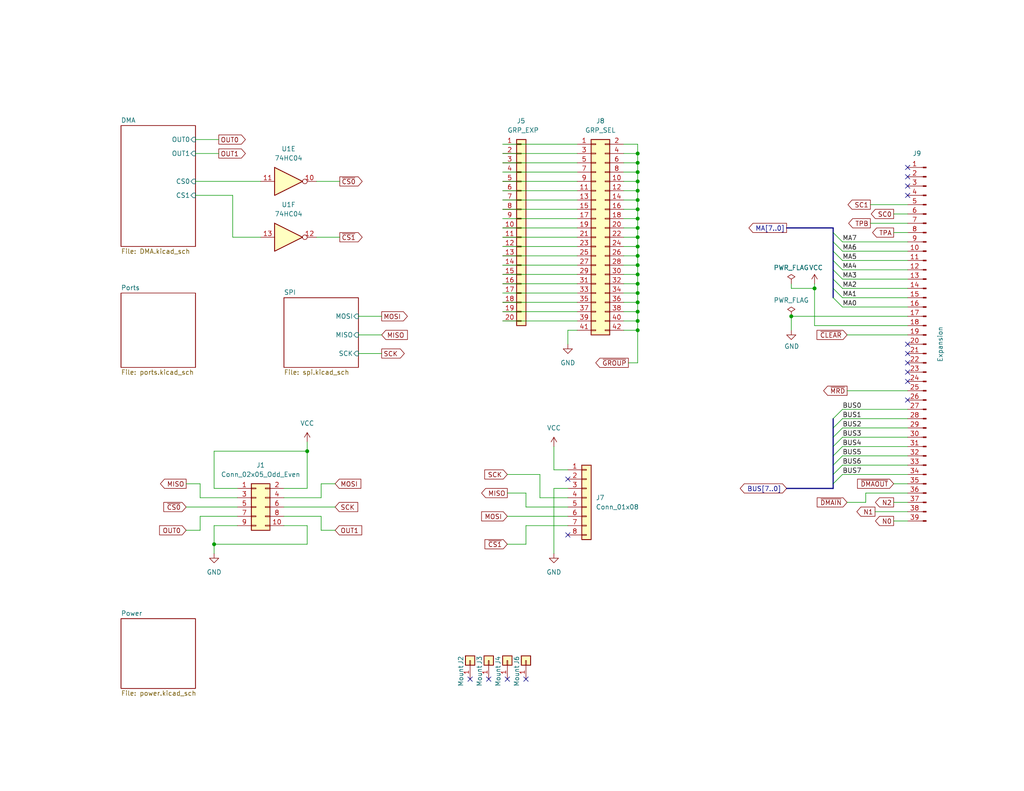
<source format=kicad_sch>
(kicad_sch (version 20211123) (generator eeschema)
  (paper "USLetter")
  (lib_symbols
    (symbol "74xx:74HC04"
      (property "Reference" "U" (at 0 1.27 0))
      (property "Value" "74HC04" (at 0 -1.27 0))
      (symbol "74HC04_1_0"
        (polyline (pts (xy -3.81 3.81) (xy -3.81 -3.81) (xy 3.81 0) (xy -3.81 3.81)) (stroke (width 0.254)) (fill (type background)))
        (pin input line (at -7.62 0 0) (length 3.81) (name "~") (number "1"))
        (pin output inverted (at 7.62 0 180) (length 3.81) (name "~") (number "2"))
      )
      (symbol "74HC04_2_0"
        (polyline (pts (xy -3.81 3.81) (xy -3.81 -3.81) (xy 3.81 0) (xy -3.81 3.81)) (stroke (width 0.254)) (fill (type background)))
        (pin input line (at -7.62 0 0) (length 3.81) (name "~") (number "3"))
        (pin output inverted (at 7.62 0 180) (length 3.81) (name "~") (number "4"))
      )
      (symbol "74HC04_3_0"
        (polyline (pts (xy -3.81 3.81) (xy -3.81 -3.81) (xy 3.81 0) (xy -3.81 3.81)) (stroke (width 0.254)) (fill (type background)))
        (pin input line (at -7.62 0 0) (length 3.81) (name "~") (number "5"))
        (pin output inverted (at 7.62 0 180) (length 3.81) (name "~") (number "6"))
      )
      (symbol "74HC04_4_0"
        (polyline (pts (xy -3.81 3.81) (xy -3.81 -3.81) (xy 3.81 0) (xy -3.81 3.81)) (stroke (width 0.254)) (fill (type background)))
        (pin output inverted (at 7.62 0 180) (length 3.81) (name "~") (number "8"))
        (pin input line (at -7.62 0 0) (length 3.81) (name "~") (number "9"))
      )
      (symbol "74HC04_5_0"
        (polyline (pts (xy -3.81 3.81) (xy -3.81 -3.81) (xy 3.81 0) (xy -3.81 3.81)) (stroke (width 0.254)) (fill (type background)))
        (pin output inverted (at 7.62 0 180) (length 3.81) (name "~") (number "10"))
        (pin input line (at -7.62 0 0) (length 3.81) (name "~") (number "11"))
      )
      (symbol "74HC04_6_0"
        (polyline (pts (xy -3.81 3.81) (xy -3.81 -3.81) (xy 3.81 0) (xy -3.81 3.81)) (stroke (width 0.254)) (fill (type background)))
        (pin output inverted (at 7.62 0 180) (length 3.81) (name "~") (number "12"))
        (pin input line (at -7.62 0 0) (length 3.81) (name "~") (number "13"))
      )
      (symbol "74HC04_7_0"
        (pin power_in line (at 0 12.7 270) (length 5.08) (name "VCC") (number "14"))
        (pin power_in line (at 0 -12.7 90) (length 5.08) (name "GND") (number "7"))
      )
      (symbol "74HC04_7_1"
        (rectangle (start -5.08 7.62) (end 5.08 -7.62) (stroke (width 0.254)) (fill (type background)))
      )
    )
    (symbol "Connector:Conn_01x39_Male" (pin_names (offset 1.016) hide)
      (property "Reference" "J" (at 0 50.8 0))
      (property "Value" "Conn_01x39_Male" (at 0 -50.8 0))
      (symbol "Conn_01x39_Male_1_1"
        (polyline (pts (xy 1.27 -48.26) (xy 0.8636 -48.26)) (stroke (width 0.1524)))
        (polyline (pts (xy 1.27 -45.72) (xy 0.8636 -45.72)) (stroke (width 0.1524)))
        (polyline (pts (xy 1.27 -43.18) (xy 0.8636 -43.18)) (stroke (width 0.1524)))
        (polyline (pts (xy 1.27 -40.64) (xy 0.8636 -40.64)) (stroke (width 0.1524)))
        (polyline (pts (xy 1.27 -38.1) (xy 0.8636 -38.1)) (stroke (width 0.1524)))
        (polyline (pts (xy 1.27 -35.56) (xy 0.8636 -35.56)) (stroke (width 0.1524)))
        (polyline (pts (xy 1.27 -33.02) (xy 0.8636 -33.02)) (stroke (width 0.1524)))
        (polyline (pts (xy 1.27 -30.48) (xy 0.8636 -30.48)) (stroke (width 0.1524)))
        (polyline (pts (xy 1.27 -27.94) (xy 0.8636 -27.94)) (stroke (width 0.1524)))
        (polyline (pts (xy 1.27 -25.4) (xy 0.8636 -25.4)) (stroke (width 0.1524)))
        (polyline (pts (xy 1.27 -22.86) (xy 0.8636 -22.86)) (stroke (width 0.1524)))
        (polyline (pts (xy 1.27 -20.32) (xy 0.8636 -20.32)) (stroke (width 0.1524)))
        (polyline (pts (xy 1.27 -17.78) (xy 0.8636 -17.78)) (stroke (width 0.1524)))
        (polyline (pts (xy 1.27 -15.24) (xy 0.8636 -15.24)) (stroke (width 0.1524)))
        (polyline (pts (xy 1.27 -12.7) (xy 0.8636 -12.7)) (stroke (width 0.1524)))
        (polyline (pts (xy 1.27 -10.16) (xy 0.8636 -10.16)) (stroke (width 0.1524)))
        (polyline (pts (xy 1.27 -7.62) (xy 0.8636 -7.62)) (stroke (width 0.1524)))
        (polyline (pts (xy 1.27 -5.08) (xy 0.8636 -5.08)) (stroke (width 0.1524)))
        (polyline (pts (xy 1.27 -2.54) (xy 0.8636 -2.54)) (stroke (width 0.1524)))
        (polyline (pts (xy 1.27 0) (xy 0.8636 0)) (stroke (width 0.1524)))
        (polyline (pts (xy 1.27 2.54) (xy 0.8636 2.54)) (stroke (width 0.1524)))
        (polyline (pts (xy 1.27 5.08) (xy 0.8636 5.08)) (stroke (width 0.1524)))
        (polyline (pts (xy 1.27 7.62) (xy 0.8636 7.62)) (stroke (width 0.1524)))
        (polyline (pts (xy 1.27 10.16) (xy 0.8636 10.16)) (stroke (width 0.1524)))
        (polyline (pts (xy 1.27 12.7) (xy 0.8636 12.7)) (stroke (width 0.1524)))
        (polyline (pts (xy 1.27 15.24) (xy 0.8636 15.24)) (stroke (width 0.1524)))
        (polyline (pts (xy 1.27 17.78) (xy 0.8636 17.78)) (stroke (width 0.1524)))
        (polyline (pts (xy 1.27 20.32) (xy 0.8636 20.32)) (stroke (width 0.1524)))
        (polyline (pts (xy 1.27 22.86) (xy 0.8636 22.86)) (stroke (width 0.1524)))
        (polyline (pts (xy 1.27 25.4) (xy 0.8636 25.4)) (stroke (width 0.1524)))
        (polyline (pts (xy 1.27 27.94) (xy 0.8636 27.94)) (stroke (width 0.1524)))
        (polyline (pts (xy 1.27 30.48) (xy 0.8636 30.48)) (stroke (width 0.1524)))
        (polyline (pts (xy 1.27 33.02) (xy 0.8636 33.02)) (stroke (width 0.1524)))
        (polyline (pts (xy 1.27 35.56) (xy 0.8636 35.56)) (stroke (width 0.1524)))
        (polyline (pts (xy 1.27 38.1) (xy 0.8636 38.1)) (stroke (width 0.1524)))
        (polyline (pts (xy 1.27 40.64) (xy 0.8636 40.64)) (stroke (width 0.1524)))
        (polyline (pts (xy 1.27 43.18) (xy 0.8636 43.18)) (stroke (width 0.1524)))
        (polyline (pts (xy 1.27 45.72) (xy 0.8636 45.72)) (stroke (width 0.1524)))
        (polyline (pts (xy 1.27 48.26) (xy 0.8636 48.26)) (stroke (width 0.1524)))
        (rectangle (start 0.8636 -48.133) (end 0 -48.387) (stroke (width 0.1524)) (fill (type outline)))
        (rectangle (start 0.8636 -45.593) (end 0 -45.847) (stroke (width 0.1524)) (fill (type outline)))
        (rectangle (start 0.8636 -43.053) (end 0 -43.307) (stroke (width 0.1524)) (fill (type outline)))
        (rectangle (start 0.8636 -40.513) (end 0 -40.767) (stroke (width 0.1524)) (fill (type outline)))
        (rectangle (start 0.8636 -37.973) (end 0 -38.227) (stroke (width 0.1524)) (fill (type outline)))
        (rectangle (start 0.8636 -35.433) (end 0 -35.687) (stroke (width 0.1524)) (fill (type outline)))
        (rectangle (start 0.8636 -32.893) (end 0 -33.147) (stroke (width 0.1524)) (fill (type outline)))
        (rectangle (start 0.8636 -30.353) (end 0 -30.607) (stroke (width 0.1524)) (fill (type outline)))
        (rectangle (start 0.8636 -27.813) (end 0 -28.067) (stroke (width 0.1524)) (fill (type outline)))
        (rectangle (start 0.8636 -25.273) (end 0 -25.527) (stroke (width 0.1524)) (fill (type outline)))
        (rectangle (start 0.8636 -22.733) (end 0 -22.987) (stroke (width 0.1524)) (fill (type outline)))
        (rectangle (start 0.8636 -20.193) (end 0 -20.447) (stroke (width 0.1524)) (fill (type outline)))
        (rectangle (start 0.8636 -17.653) (end 0 -17.907) (stroke (width 0.1524)) (fill (type outline)))
        (rectangle (start 0.8636 -15.113) (end 0 -15.367) (stroke (width 0.1524)) (fill (type outline)))
        (rectangle (start 0.8636 -12.573) (end 0 -12.827) (stroke (width 0.1524)) (fill (type outline)))
        (rectangle (start 0.8636 -10.033) (end 0 -10.287) (stroke (width 0.1524)) (fill (type outline)))
        (rectangle (start 0.8636 -7.493) (end 0 -7.747) (stroke (width 0.1524)) (fill (type outline)))
        (rectangle (start 0.8636 -4.953) (end 0 -5.207) (stroke (width 0.1524)) (fill (type outline)))
        (rectangle (start 0.8636 -2.413) (end 0 -2.667) (stroke (width 0.1524)) (fill (type outline)))
        (rectangle (start 0.8636 0.127) (end 0 -0.127) (stroke (width 0.1524)) (fill (type outline)))
        (rectangle (start 0.8636 2.667) (end 0 2.413) (stroke (width 0.1524)) (fill (type outline)))
        (rectangle (start 0.8636 5.207) (end 0 4.953) (stroke (width 0.1524)) (fill (type outline)))
        (rectangle (start 0.8636 7.747) (end 0 7.493) (stroke (width 0.1524)) (fill (type outline)))
        (rectangle (start 0.8636 10.287) (end 0 10.033) (stroke (width 0.1524)) (fill (type outline)))
        (rectangle (start 0.8636 12.827) (end 0 12.573) (stroke (width 0.1524)) (fill (type outline)))
        (rectangle (start 0.8636 15.367) (end 0 15.113) (stroke (width 0.1524)) (fill (type outline)))
        (rectangle (start 0.8636 17.907) (end 0 17.653) (stroke (width 0.1524)) (fill (type outline)))
        (rectangle (start 0.8636 20.447) (end 0 20.193) (stroke (width 0.1524)) (fill (type outline)))
        (rectangle (start 0.8636 22.987) (end 0 22.733) (stroke (width 0.1524)) (fill (type outline)))
        (rectangle (start 0.8636 25.527) (end 0 25.273) (stroke (width 0.1524)) (fill (type outline)))
        (rectangle (start 0.8636 28.067) (end 0 27.813) (stroke (width 0.1524)) (fill (type outline)))
        (rectangle (start 0.8636 30.607) (end 0 30.353) (stroke (width 0.1524)) (fill (type outline)))
        (rectangle (start 0.8636 33.147) (end 0 32.893) (stroke (width 0.1524)) (fill (type outline)))
        (rectangle (start 0.8636 35.687) (end 0 35.433) (stroke (width 0.1524)) (fill (type outline)))
        (rectangle (start 0.8636 38.227) (end 0 37.973) (stroke (width 0.1524)) (fill (type outline)))
        (rectangle (start 0.8636 40.767) (end 0 40.513) (stroke (width 0.1524)) (fill (type outline)))
        (rectangle (start 0.8636 43.307) (end 0 43.053) (stroke (width 0.1524)) (fill (type outline)))
        (rectangle (start 0.8636 45.847) (end 0 45.593) (stroke (width 0.1524)) (fill (type outline)))
        (rectangle (start 0.8636 48.387) (end 0 48.133) (stroke (width 0.1524)) (fill (type outline)))
        (pin passive line (at 5.08 48.26 180) (length 3.81) (name "Pin_1") (number "1"))
        (pin passive line (at 5.08 25.4 180) (length 3.81) (name "Pin_10") (number "10"))
        (pin passive line (at 5.08 22.86 180) (length 3.81) (name "Pin_11") (number "11"))
        (pin passive line (at 5.08 20.32 180) (length 3.81) (name "Pin_12") (number "12"))
        (pin passive line (at 5.08 17.78 180) (length 3.81) (name "Pin_13") (number "13"))
        (pin passive line (at 5.08 15.24 180) (length 3.81) (name "Pin_14") (number "14"))
        (pin passive line (at 5.08 12.7 180) (length 3.81) (name "Pin_15") (number "15"))
        (pin passive line (at 5.08 10.16 180) (length 3.81) (name "Pin_16") (number "16"))
        (pin passive line (at 5.08 7.62 180) (length 3.81) (name "Pin_17") (number "17"))
        (pin passive line (at 5.08 5.08 180) (length 3.81) (name "Pin_18") (number "18"))
        (pin passive line (at 5.08 2.54 180) (length 3.81) (name "Pin_19") (number "19"))
        (pin passive line (at 5.08 45.72 180) (length 3.81) (name "Pin_2") (number "2"))
        (pin passive line (at 5.08 0 180) (length 3.81) (name "Pin_20") (number "20"))
        (pin passive line (at 5.08 -2.54 180) (length 3.81) (name "Pin_21") (number "21"))
        (pin passive line (at 5.08 -5.08 180) (length 3.81) (name "Pin_22") (number "22"))
        (pin passive line (at 5.08 -7.62 180) (length 3.81) (name "Pin_23") (number "23"))
        (pin passive line (at 5.08 -10.16 180) (length 3.81) (name "Pin_24") (number "24"))
        (pin passive line (at 5.08 -12.7 180) (length 3.81) (name "Pin_25") (number "25"))
        (pin passive line (at 5.08 -15.24 180) (length 3.81) (name "Pin_26") (number "26"))
        (pin passive line (at 5.08 -17.78 180) (length 3.81) (name "Pin_27") (number "27"))
        (pin passive line (at 5.08 -20.32 180) (length 3.81) (name "Pin_28") (number "28"))
        (pin passive line (at 5.08 -22.86 180) (length 3.81) (name "Pin_29") (number "29"))
        (pin passive line (at 5.08 43.18 180) (length 3.81) (name "Pin_3") (number "3"))
        (pin passive line (at 5.08 -25.4 180) (length 3.81) (name "Pin_30") (number "30"))
        (pin passive line (at 5.08 -27.94 180) (length 3.81) (name "Pin_31") (number "31"))
        (pin passive line (at 5.08 -30.48 180) (length 3.81) (name "Pin_32") (number "32"))
        (pin passive line (at 5.08 -33.02 180) (length 3.81) (name "Pin_33") (number "33"))
        (pin passive line (at 5.08 -35.56 180) (length 3.81) (name "Pin_34") (number "34"))
        (pin passive line (at 5.08 -38.1 180) (length 3.81) (name "Pin_35") (number "35"))
        (pin passive line (at 5.08 -40.64 180) (length 3.81) (name "Pin_36") (number "36"))
        (pin passive line (at 5.08 -43.18 180) (length 3.81) (name "Pin_37") (number "37"))
        (pin passive line (at 5.08 -45.72 180) (length 3.81) (name "Pin_38") (number "38"))
        (pin passive line (at 5.08 -48.26 180) (length 3.81) (name "Pin_39") (number "39"))
        (pin passive line (at 5.08 40.64 180) (length 3.81) (name "Pin_4") (number "4"))
        (pin passive line (at 5.08 38.1 180) (length 3.81) (name "Pin_5") (number "5"))
        (pin passive line (at 5.08 35.56 180) (length 3.81) (name "Pin_6") (number "6"))
        (pin passive line (at 5.08 33.02 180) (length 3.81) (name "Pin_7") (number "7"))
        (pin passive line (at 5.08 30.48 180) (length 3.81) (name "Pin_8") (number "8"))
        (pin passive line (at 5.08 27.94 180) (length 3.81) (name "Pin_9") (number "9"))
      )
    )
    (symbol "Connector_Generic:Conn_01x01" (pin_names (offset 1.016) hide)
      (property "Reference" "J" (at 0 2.54 0))
      (property "Value" "Conn_01x01" (at 0 -2.54 0))
      (symbol "Conn_01x01_1_1"
        (rectangle (start -1.27 0.127) (end 0 -0.127) (stroke (width 0.1524)))
        (rectangle (start -1.27 1.27) (end 1.27 -1.27) (stroke (width 0.254)) (fill (type background)))
        (pin passive line (at -5.08 0 0) (length 3.81) (name "Pin_1") (number "1"))
      )
    )
    (symbol "Connector_Generic:Conn_01x08" (pin_names (offset 1.016) hide)
      (property "Reference" "J" (at 0 10.16 0))
      (property "Value" "Conn_01x08" (at 0 -12.7 0))
      (symbol "Conn_01x08_1_1"
        (rectangle (start -1.27 -10.033) (end 0 -10.287) (stroke (width 0.1524)))
        (rectangle (start -1.27 -7.493) (end 0 -7.747) (stroke (width 0.1524)))
        (rectangle (start -1.27 -4.953) (end 0 -5.207) (stroke (width 0.1524)))
        (rectangle (start -1.27 -2.413) (end 0 -2.667) (stroke (width 0.1524)))
        (rectangle (start -1.27 0.127) (end 0 -0.127) (stroke (width 0.1524)))
        (rectangle (start -1.27 2.667) (end 0 2.413) (stroke (width 0.1524)))
        (rectangle (start -1.27 5.207) (end 0 4.953) (stroke (width 0.1524)))
        (rectangle (start -1.27 7.747) (end 0 7.493) (stroke (width 0.1524)))
        (rectangle (start -1.27 8.89) (end 1.27 -11.43) (stroke (width 0.254)) (fill (type background)))
        (pin passive line (at -5.08 7.62 0) (length 3.81) (name "Pin_1") (number "1"))
        (pin passive line (at -5.08 5.08 0) (length 3.81) (name "Pin_2") (number "2"))
        (pin passive line (at -5.08 2.54 0) (length 3.81) (name "Pin_3") (number "3"))
        (pin passive line (at -5.08 0 0) (length 3.81) (name "Pin_4") (number "4"))
        (pin passive line (at -5.08 -2.54 0) (length 3.81) (name "Pin_5") (number "5"))
        (pin passive line (at -5.08 -5.08 0) (length 3.81) (name "Pin_6") (number "6"))
        (pin passive line (at -5.08 -7.62 0) (length 3.81) (name "Pin_7") (number "7"))
        (pin passive line (at -5.08 -10.16 0) (length 3.81) (name "Pin_8") (number "8"))
      )
    )
    (symbol "Connector_Generic:Conn_01x20" (pin_names (offset 1.016) hide)
      (property "Reference" "J" (at 0 25.4 0))
      (property "Value" "Conn_01x20" (at 0 -27.94 0))
      (symbol "Conn_01x20_1_1"
        (rectangle (start -1.27 -25.273) (end 0 -25.527) (stroke (width 0.1524)))
        (rectangle (start -1.27 -22.733) (end 0 -22.987) (stroke (width 0.1524)))
        (rectangle (start -1.27 -20.193) (end 0 -20.447) (stroke (width 0.1524)))
        (rectangle (start -1.27 -17.653) (end 0 -17.907) (stroke (width 0.1524)))
        (rectangle (start -1.27 -15.113) (end 0 -15.367) (stroke (width 0.1524)))
        (rectangle (start -1.27 -12.573) (end 0 -12.827) (stroke (width 0.1524)))
        (rectangle (start -1.27 -10.033) (end 0 -10.287) (stroke (width 0.1524)))
        (rectangle (start -1.27 -7.493) (end 0 -7.747) (stroke (width 0.1524)))
        (rectangle (start -1.27 -4.953) (end 0 -5.207) (stroke (width 0.1524)))
        (rectangle (start -1.27 -2.413) (end 0 -2.667) (stroke (width 0.1524)))
        (rectangle (start -1.27 0.127) (end 0 -0.127) (stroke (width 0.1524)))
        (rectangle (start -1.27 2.667) (end 0 2.413) (stroke (width 0.1524)))
        (rectangle (start -1.27 5.207) (end 0 4.953) (stroke (width 0.1524)))
        (rectangle (start -1.27 7.747) (end 0 7.493) (stroke (width 0.1524)))
        (rectangle (start -1.27 10.287) (end 0 10.033) (stroke (width 0.1524)))
        (rectangle (start -1.27 12.827) (end 0 12.573) (stroke (width 0.1524)))
        (rectangle (start -1.27 15.367) (end 0 15.113) (stroke (width 0.1524)))
        (rectangle (start -1.27 17.907) (end 0 17.653) (stroke (width 0.1524)))
        (rectangle (start -1.27 20.447) (end 0 20.193) (stroke (width 0.1524)))
        (rectangle (start -1.27 22.987) (end 0 22.733) (stroke (width 0.1524)))
        (rectangle (start -1.27 24.13) (end 1.27 -26.67) (stroke (width 0.254)) (fill (type background)))
        (pin passive line (at -5.08 22.86 0) (length 3.81) (name "Pin_1") (number "1"))
        (pin passive line (at -5.08 0 0) (length 3.81) (name "Pin_10") (number "10"))
        (pin passive line (at -5.08 -2.54 0) (length 3.81) (name "Pin_11") (number "11"))
        (pin passive line (at -5.08 -5.08 0) (length 3.81) (name "Pin_12") (number "12"))
        (pin passive line (at -5.08 -7.62 0) (length 3.81) (name "Pin_13") (number "13"))
        (pin passive line (at -5.08 -10.16 0) (length 3.81) (name "Pin_14") (number "14"))
        (pin passive line (at -5.08 -12.7 0) (length 3.81) (name "Pin_15") (number "15"))
        (pin passive line (at -5.08 -15.24 0) (length 3.81) (name "Pin_16") (number "16"))
        (pin passive line (at -5.08 -17.78 0) (length 3.81) (name "Pin_17") (number "17"))
        (pin passive line (at -5.08 -20.32 0) (length 3.81) (name "Pin_18") (number "18"))
        (pin passive line (at -5.08 -22.86 0) (length 3.81) (name "Pin_19") (number "19"))
        (pin passive line (at -5.08 20.32 0) (length 3.81) (name "Pin_2") (number "2"))
        (pin passive line (at -5.08 -25.4 0) (length 3.81) (name "Pin_20") (number "20"))
        (pin passive line (at -5.08 17.78 0) (length 3.81) (name "Pin_3") (number "3"))
        (pin passive line (at -5.08 15.24 0) (length 3.81) (name "Pin_4") (number "4"))
        (pin passive line (at -5.08 12.7 0) (length 3.81) (name "Pin_5") (number "5"))
        (pin passive line (at -5.08 10.16 0) (length 3.81) (name "Pin_6") (number "6"))
        (pin passive line (at -5.08 7.62 0) (length 3.81) (name "Pin_7") (number "7"))
        (pin passive line (at -5.08 5.08 0) (length 3.81) (name "Pin_8") (number "8"))
        (pin passive line (at -5.08 2.54 0) (length 3.81) (name "Pin_9") (number "9"))
      )
    )
    (symbol "Connector_Generic:Conn_02x05_Odd_Even" (pin_names (offset 1.016) hide)
      (property "Reference" "J" (at 1.27 7.62 0))
      (property "Value" "Conn_02x05_Odd_Even" (at 1.27 -7.62 0))
      (symbol "Conn_02x05_Odd_Even_1_1"
        (rectangle (start -1.27 -4.953) (end 0 -5.207) (stroke (width 0.1524)))
        (rectangle (start -1.27 -2.413) (end 0 -2.667) (stroke (width 0.1524)))
        (rectangle (start -1.27 0.127) (end 0 -0.127) (stroke (width 0.1524)))
        (rectangle (start -1.27 2.667) (end 0 2.413) (stroke (width 0.1524)))
        (rectangle (start -1.27 5.207) (end 0 4.953) (stroke (width 0.1524)))
        (rectangle (start -1.27 6.35) (end 3.81 -6.35) (stroke (width 0.254)) (fill (type background)))
        (rectangle (start 3.81 -4.953) (end 2.54 -5.207) (stroke (width 0.1524)))
        (rectangle (start 3.81 -2.413) (end 2.54 -2.667) (stroke (width 0.1524)))
        (rectangle (start 3.81 0.127) (end 2.54 -0.127) (stroke (width 0.1524)))
        (rectangle (start 3.81 2.667) (end 2.54 2.413) (stroke (width 0.1524)))
        (rectangle (start 3.81 5.207) (end 2.54 4.953) (stroke (width 0.1524)))
        (pin passive line (at -5.08 5.08 0) (length 3.81) (name "Pin_1") (number "1"))
        (pin passive line (at 7.62 -5.08 180) (length 3.81) (name "Pin_10") (number "10"))
        (pin passive line (at 7.62 5.08 180) (length 3.81) (name "Pin_2") (number "2"))
        (pin passive line (at -5.08 2.54 0) (length 3.81) (name "Pin_3") (number "3"))
        (pin passive line (at 7.62 2.54 180) (length 3.81) (name "Pin_4") (number "4"))
        (pin passive line (at -5.08 0 0) (length 3.81) (name "Pin_5") (number "5"))
        (pin passive line (at 7.62 0 180) (length 3.81) (name "Pin_6") (number "6"))
        (pin passive line (at -5.08 -2.54 0) (length 3.81) (name "Pin_7") (number "7"))
        (pin passive line (at 7.62 -2.54 180) (length 3.81) (name "Pin_8") (number "8"))
        (pin passive line (at -5.08 -5.08 0) (length 3.81) (name "Pin_9") (number "9"))
      )
    )
    (symbol "Connector_Generic:Conn_02x21_Odd_Even" (pin_names (offset 1.016) hide)
      (property "Reference" "J" (at 1.27 27.94 0))
      (property "Value" "Conn_02x21_Odd_Even" (at 1.27 -27.94 0))
      (symbol "Conn_02x21_Odd_Even_1_1"
        (rectangle (start -1.27 -25.273) (end 0 -25.527) (stroke (width 0.1524)))
        (rectangle (start -1.27 -22.733) (end 0 -22.987) (stroke (width 0.1524)))
        (rectangle (start -1.27 -20.193) (end 0 -20.447) (stroke (width 0.1524)))
        (rectangle (start -1.27 -17.653) (end 0 -17.907) (stroke (width 0.1524)))
        (rectangle (start -1.27 -15.113) (end 0 -15.367) (stroke (width 0.1524)))
        (rectangle (start -1.27 -12.573) (end 0 -12.827) (stroke (width 0.1524)))
        (rectangle (start -1.27 -10.033) (end 0 -10.287) (stroke (width 0.1524)))
        (rectangle (start -1.27 -7.493) (end 0 -7.747) (stroke (width 0.1524)))
        (rectangle (start -1.27 -4.953) (end 0 -5.207) (stroke (width 0.1524)))
        (rectangle (start -1.27 -2.413) (end 0 -2.667) (stroke (width 0.1524)))
        (rectangle (start -1.27 0.127) (end 0 -0.127) (stroke (width 0.1524)))
        (rectangle (start -1.27 2.667) (end 0 2.413) (stroke (width 0.1524)))
        (rectangle (start -1.27 5.207) (end 0 4.953) (stroke (width 0.1524)))
        (rectangle (start -1.27 7.747) (end 0 7.493) (stroke (width 0.1524)))
        (rectangle (start -1.27 10.287) (end 0 10.033) (stroke (width 0.1524)))
        (rectangle (start -1.27 12.827) (end 0 12.573) (stroke (width 0.1524)))
        (rectangle (start -1.27 15.367) (end 0 15.113) (stroke (width 0.1524)))
        (rectangle (start -1.27 17.907) (end 0 17.653) (stroke (width 0.1524)))
        (rectangle (start -1.27 20.447) (end 0 20.193) (stroke (width 0.1524)))
        (rectangle (start -1.27 22.987) (end 0 22.733) (stroke (width 0.1524)))
        (rectangle (start -1.27 25.527) (end 0 25.273) (stroke (width 0.1524)))
        (rectangle (start -1.27 26.67) (end 3.81 -26.67) (stroke (width 0.254)) (fill (type background)))
        (rectangle (start 3.81 -25.273) (end 2.54 -25.527) (stroke (width 0.1524)))
        (rectangle (start 3.81 -22.733) (end 2.54 -22.987) (stroke (width 0.1524)))
        (rectangle (start 3.81 -20.193) (end 2.54 -20.447) (stroke (width 0.1524)))
        (rectangle (start 3.81 -17.653) (end 2.54 -17.907) (stroke (width 0.1524)))
        (rectangle (start 3.81 -15.113) (end 2.54 -15.367) (stroke (width 0.1524)))
        (rectangle (start 3.81 -12.573) (end 2.54 -12.827) (stroke (width 0.1524)))
        (rectangle (start 3.81 -10.033) (end 2.54 -10.287) (stroke (width 0.1524)))
        (rectangle (start 3.81 -7.493) (end 2.54 -7.747) (stroke (width 0.1524)))
        (rectangle (start 3.81 -4.953) (end 2.54 -5.207) (stroke (width 0.1524)))
        (rectangle (start 3.81 -2.413) (end 2.54 -2.667) (stroke (width 0.1524)))
        (rectangle (start 3.81 0.127) (end 2.54 -0.127) (stroke (width 0.1524)))
        (rectangle (start 3.81 2.667) (end 2.54 2.413) (stroke (width 0.1524)))
        (rectangle (start 3.81 5.207) (end 2.54 4.953) (stroke (width 0.1524)))
        (rectangle (start 3.81 7.747) (end 2.54 7.493) (stroke (width 0.1524)))
        (rectangle (start 3.81 10.287) (end 2.54 10.033) (stroke (width 0.1524)))
        (rectangle (start 3.81 12.827) (end 2.54 12.573) (stroke (width 0.1524)))
        (rectangle (start 3.81 15.367) (end 2.54 15.113) (stroke (width 0.1524)))
        (rectangle (start 3.81 17.907) (end 2.54 17.653) (stroke (width 0.1524)))
        (rectangle (start 3.81 20.447) (end 2.54 20.193) (stroke (width 0.1524)))
        (rectangle (start 3.81 22.987) (end 2.54 22.733) (stroke (width 0.1524)))
        (rectangle (start 3.81 25.527) (end 2.54 25.273) (stroke (width 0.1524)))
        (pin passive line (at -5.08 25.4 0) (length 3.81) (name "Pin_1") (number "1"))
        (pin passive line (at 7.62 15.24 180) (length 3.81) (name "Pin_10") (number "10"))
        (pin passive line (at -5.08 12.7 0) (length 3.81) (name "Pin_11") (number "11"))
        (pin passive line (at 7.62 12.7 180) (length 3.81) (name "Pin_12") (number "12"))
        (pin passive line (at -5.08 10.16 0) (length 3.81) (name "Pin_13") (number "13"))
        (pin passive line (at 7.62 10.16 180) (length 3.81) (name "Pin_14") (number "14"))
        (pin passive line (at -5.08 7.62 0) (length 3.81) (name "Pin_15") (number "15"))
        (pin passive line (at 7.62 7.62 180) (length 3.81) (name "Pin_16") (number "16"))
        (pin passive line (at -5.08 5.08 0) (length 3.81) (name "Pin_17") (number "17"))
        (pin passive line (at 7.62 5.08 180) (length 3.81) (name "Pin_18") (number "18"))
        (pin passive line (at -5.08 2.54 0) (length 3.81) (name "Pin_19") (number "19"))
        (pin passive line (at 7.62 25.4 180) (length 3.81) (name "Pin_2") (number "2"))
        (pin passive line (at 7.62 2.54 180) (length 3.81) (name "Pin_20") (number "20"))
        (pin passive line (at -5.08 0 0) (length 3.81) (name "Pin_21") (number "21"))
        (pin passive line (at 7.62 0 180) (length 3.81) (name "Pin_22") (number "22"))
        (pin passive line (at -5.08 -2.54 0) (length 3.81) (name "Pin_23") (number "23"))
        (pin passive line (at 7.62 -2.54 180) (length 3.81) (name "Pin_24") (number "24"))
        (pin passive line (at -5.08 -5.08 0) (length 3.81) (name "Pin_25") (number "25"))
        (pin passive line (at 7.62 -5.08 180) (length 3.81) (name "Pin_26") (number "26"))
        (pin passive line (at -5.08 -7.62 0) (length 3.81) (name "Pin_27") (number "27"))
        (pin passive line (at 7.62 -7.62 180) (length 3.81) (name "Pin_28") (number "28"))
        (pin passive line (at -5.08 -10.16 0) (length 3.81) (name "Pin_29") (number "29"))
        (pin passive line (at -5.08 22.86 0) (length 3.81) (name "Pin_3") (number "3"))
        (pin passive line (at 7.62 -10.16 180) (length 3.81) (name "Pin_30") (number "30"))
        (pin passive line (at -5.08 -12.7 0) (length 3.81) (name "Pin_31") (number "31"))
        (pin passive line (at 7.62 -12.7 180) (length 3.81) (name "Pin_32") (number "32"))
        (pin passive line (at -5.08 -15.24 0) (length 3.81) (name "Pin_33") (number "33"))
        (pin passive line (at 7.62 -15.24 180) (length 3.81) (name "Pin_34") (number "34"))
        (pin passive line (at -5.08 -17.78 0) (length 3.81) (name "Pin_35") (number "35"))
        (pin passive line (at 7.62 -17.78 180) (length 3.81) (name "Pin_36") (number "36"))
        (pin passive line (at -5.08 -20.32 0) (length 3.81) (name "Pin_37") (number "37"))
        (pin passive line (at 7.62 -20.32 180) (length 3.81) (name "Pin_38") (number "38"))
        (pin passive line (at -5.08 -22.86 0) (length 3.81) (name "Pin_39") (number "39"))
        (pin passive line (at 7.62 22.86 180) (length 3.81) (name "Pin_4") (number "4"))
        (pin passive line (at 7.62 -22.86 180) (length 3.81) (name "Pin_40") (number "40"))
        (pin passive line (at -5.08 -25.4 0) (length 3.81) (name "Pin_41") (number "41"))
        (pin passive line (at 7.62 -25.4 180) (length 3.81) (name "Pin_42") (number "42"))
        (pin passive line (at -5.08 20.32 0) (length 3.81) (name "Pin_5") (number "5"))
        (pin passive line (at 7.62 20.32 180) (length 3.81) (name "Pin_6") (number "6"))
        (pin passive line (at -5.08 17.78 0) (length 3.81) (name "Pin_7") (number "7"))
        (pin passive line (at 7.62 17.78 180) (length 3.81) (name "Pin_8") (number "8"))
        (pin passive line (at -5.08 15.24 0) (length 3.81) (name "Pin_9") (number "9"))
      )
    )
    (symbol "power:GND" (power) (pin_names (offset 0))
      (property "Value" "GND" (at 0 -3.81 0))
      (symbol "GND_0_1"
        (polyline (pts (xy 0 0) (xy 0 -1.27) (xy 1.27 -1.27) (xy 0 -2.54) (xy -1.27 -1.27) (xy 0 -1.27)))
      )
      (symbol "GND_1_1"
        (pin power_in line (at 0 0 270) (length 0) hide (name "GND") (number "1"))
      )
    )
    (symbol "power:PWR_FLAG" (power) (pin_numbers hide) (pin_names (offset 0) hide)
      (property "Value" "PWR_FLAG" (at 0 3.81 0))
      (symbol "PWR_FLAG_0_0"
        (pin power_out line (at 0 0 90) (length 0) (name "pwr") (number "1"))
      )
      (symbol "PWR_FLAG_0_1"
        (polyline (pts (xy 0 0) (xy 0 1.27) (xy -1.016 1.905) (xy 0 2.54) (xy 1.016 1.905) (xy 0 1.27)))
      )
    )
    (symbol "power:VCC" (power) (pin_names (offset 0))
      (property "Value" "VCC" (at 0 3.81 0))
      (symbol "VCC_0_1"
        (polyline (pts (xy -0.762 1.27) (xy 0 2.54)))
        (polyline (pts (xy 0 0) (xy 0 2.54)))
        (polyline (pts (xy 0 2.54) (xy 0.762 1.27)))
      )
      (symbol "VCC_1_1"
        (pin power_in line (at 0 0 90) (length 0) hide (name "VCC") (number "1"))
      )
    )
  )
  (junction (at 173.99 69.85))
  (junction (at 173.99 72.39))
  (junction (at 173.99 82.55))
  (junction (at 173.99 57.15))
  (junction (at 173.99 80.01))
  (junction (at 173.99 54.61))
  (junction (at 173.99 67.31))
  (junction (at 173.99 62.23))
  (junction (at 173.99 90.17))
  (junction (at 173.99 87.63))
  (junction (at 83.82 123.19))
  (junction (at 173.99 46.99))
  (junction (at 173.99 41.91))
  (junction (at 173.99 44.45))
  (junction (at 173.99 49.53))
  (junction (at 173.99 85.09))
  (junction (at 173.99 59.69))
  (junction (at 173.99 64.77))
  (junction (at 222.25 78.74))
  (junction (at 173.99 77.47))
  (junction (at 58.42 148.59))
  (junction (at 173.99 74.93))
  (junction (at 215.9 86.36))
  (junction (at 173.99 52.07))
  (no_connect (at 247.65 99.06))
  (no_connect (at 247.65 96.52))
  (no_connect (at 247.65 109.22))
  (no_connect (at 247.65 45.72))
  (no_connect (at 247.65 48.26))
  (no_connect (at 247.65 50.8))
  (no_connect (at 247.65 53.34))
  (no_connect (at 154.94 130.81))
  (no_connect (at 154.94 146.05))
  (no_connect (at 247.65 104.14))
  (no_connect (at 143.51 185.42))
  (no_connect (at 138.43 185.42))
  (no_connect (at 128.27 185.42))
  (no_connect (at 133.35 185.42))
  (no_connect (at 247.65 101.6))
  (no_connect (at 247.65 93.98))
  (bus_entry (at 227.33 116.84) (size 2.54 -2.54))
  (bus_entry (at 227.33 73.66) (size 2.54 2.54))
  (bus_entry (at 227.33 76.2) (size 2.54 2.54))
  (bus_entry (at 227.33 81.28) (size 2.54 2.54))
  (bus_entry (at 227.33 124.46) (size 2.54 -2.54))
  (bus_entry (at 227.33 132.08) (size 2.54 -2.54))
  (bus_entry (at 227.33 129.54) (size 2.54 -2.54))
  (bus_entry (at 227.33 63.5) (size 2.54 2.54))
  (bus_entry (at 227.33 71.12) (size 2.54 2.54))
  (bus_entry (at 227.33 114.3) (size 2.54 -2.54))
  (bus_entry (at 227.33 66.04) (size 2.54 2.54))
  (bus_entry (at 227.33 119.38) (size 2.54 -2.54))
  (bus_entry (at 227.33 127) (size 2.54 -2.54))
  (bus_entry (at 227.33 78.74) (size 2.54 2.54))
  (bus_entry (at 227.33 68.58) (size 2.54 2.54))
  (bus_entry (at 227.33 121.92) (size 2.54 -2.54))
  (wire (pts (xy 243.84 63.5) (xy 247.65 63.5)))
  (bus (pts (xy 227.33 71.12) (xy 227.33 73.66)))
  (wire (pts (xy 137.16 87.63) (xy 157.48 87.63)))
  (wire (pts (xy 137.16 82.55) (xy 157.48 82.55)))
  (wire (pts (xy 231.14 106.68) (xy 247.65 106.68)))
  (wire (pts (xy 215.9 86.36) (xy 215.9 90.17)))
  (wire (pts (xy 170.18 85.09) (xy 173.99 85.09)))
  (wire (pts (xy 229.87 121.92) (xy 247.65 121.92)))
  (wire (pts (xy 236.22 137.16) (xy 236.22 134.62)))
  (wire (pts (xy 231.14 91.44) (xy 247.65 91.44)))
  (wire (pts (xy 173.99 52.07) (xy 173.99 54.61)))
  (wire (pts (xy 137.16 41.91) (xy 157.48 41.91)))
  (wire (pts (xy 151.13 133.35) (xy 151.13 151.13)))
  (wire (pts (xy 53.34 53.34) (xy 63.5 53.34)))
  (wire (pts (xy 53.34 49.53) (xy 71.12 49.53)))
  (wire (pts (xy 222.25 78.74) (xy 222.25 88.9)))
  (wire (pts (xy 247.65 86.36) (xy 215.9 86.36)))
  (wire (pts (xy 229.87 114.3) (xy 247.65 114.3)))
  (wire (pts (xy 229.87 76.2) (xy 247.65 76.2)))
  (wire (pts (xy 138.43 140.97) (xy 154.94 140.97)))
  (wire (pts (xy 58.42 133.35) (xy 58.42 123.19)))
  (wire (pts (xy 170.18 67.31) (xy 173.99 67.31)))
  (wire (pts (xy 58.42 123.19) (xy 83.82 123.19)))
  (wire (pts (xy 137.16 62.23) (xy 157.48 62.23)))
  (wire (pts (xy 173.99 90.17) (xy 173.99 99.06)))
  (bus (pts (xy 227.33 119.38) (xy 227.33 121.92)))
  (wire (pts (xy 170.18 59.69) (xy 173.99 59.69)))
  (wire (pts (xy 173.99 57.15) (xy 173.99 59.69)))
  (wire (pts (xy 173.99 85.09) (xy 173.99 87.63)))
  (wire (pts (xy 170.18 77.47) (xy 173.99 77.47)))
  (wire (pts (xy 229.87 81.28) (xy 247.65 81.28)))
  (wire (pts (xy 236.22 134.62) (xy 247.65 134.62)))
  (wire (pts (xy 173.99 44.45) (xy 173.99 46.99)))
  (wire (pts (xy 50.8 138.43) (xy 64.77 138.43)))
  (wire (pts (xy 137.16 85.09) (xy 157.48 85.09)))
  (wire (pts (xy 170.18 44.45) (xy 173.99 44.45)))
  (wire (pts (xy 229.87 71.12) (xy 247.65 71.12)))
  (wire (pts (xy 87.63 140.97) (xy 87.63 144.78)))
  (wire (pts (xy 170.18 87.63) (xy 173.99 87.63)))
  (wire (pts (xy 50.8 132.08) (xy 54.61 132.08)))
  (wire (pts (xy 173.99 80.01) (xy 173.99 82.55)))
  (wire (pts (xy 170.18 52.07) (xy 173.99 52.07)))
  (bus (pts (xy 227.33 114.3) (xy 227.33 116.84)))
  (wire (pts (xy 83.82 133.35) (xy 83.82 123.19)))
  (wire (pts (xy 173.99 64.77) (xy 173.99 67.31)))
  (wire (pts (xy 170.18 57.15) (xy 173.99 57.15)))
  (wire (pts (xy 147.32 129.54) (xy 147.32 135.89)))
  (wire (pts (xy 137.16 39.37) (xy 157.48 39.37)))
  (wire (pts (xy 173.99 67.31) (xy 173.99 69.85)))
  (wire (pts (xy 54.61 144.78) (xy 54.61 140.97)))
  (wire (pts (xy 137.16 49.53) (xy 157.48 49.53)))
  (wire (pts (xy 237.49 55.88) (xy 247.65 55.88)))
  (bus (pts (xy 227.33 121.92) (xy 227.33 124.46)))
  (wire (pts (xy 173.99 49.53) (xy 173.99 52.07)))
  (wire (pts (xy 63.5 64.77) (xy 71.12 64.77)))
  (bus (pts (xy 227.33 129.54) (xy 227.33 132.08)))
  (wire (pts (xy 173.99 62.23) (xy 173.99 64.77)))
  (wire (pts (xy 229.87 68.58) (xy 247.65 68.58)))
  (wire (pts (xy 83.82 143.51) (xy 83.82 148.59)))
  (wire (pts (xy 137.16 52.07) (xy 157.48 52.07)))
  (wire (pts (xy 173.99 77.47) (xy 173.99 80.01)))
  (wire (pts (xy 58.42 143.51) (xy 64.77 143.51)))
  (bus (pts (xy 227.33 73.66) (xy 227.33 76.2)))
  (wire (pts (xy 58.42 151.13) (xy 58.42 148.59)))
  (wire (pts (xy 215.9 77.47) (xy 215.9 78.74)))
  (wire (pts (xy 229.87 119.38) (xy 247.65 119.38)))
  (wire (pts (xy 170.18 82.55) (xy 173.99 82.55)))
  (wire (pts (xy 137.16 59.69) (xy 157.48 59.69)))
  (wire (pts (xy 138.43 148.59) (xy 143.51 148.59)))
  (wire (pts (xy 137.16 46.99) (xy 157.48 46.99)))
  (wire (pts (xy 170.18 90.17) (xy 173.99 90.17)))
  (wire (pts (xy 173.99 41.91) (xy 173.99 44.45)))
  (wire (pts (xy 170.18 80.01) (xy 173.99 80.01)))
  (wire (pts (xy 87.63 135.89) (xy 87.63 132.08)))
  (wire (pts (xy 229.87 127) (xy 247.65 127)))
  (wire (pts (xy 143.51 134.62) (xy 143.51 138.43)))
  (wire (pts (xy 170.18 72.39) (xy 173.99 72.39)))
  (wire (pts (xy 170.18 49.53) (xy 173.99 49.53)))
  (bus (pts (xy 227.33 76.2) (xy 227.33 78.74)))
  (wire (pts (xy 229.87 66.04) (xy 247.65 66.04)))
  (wire (pts (xy 97.79 96.52) (xy 104.14 96.52)))
  (wire (pts (xy 58.42 148.59) (xy 58.42 143.51)))
  (wire (pts (xy 53.34 41.91) (xy 59.69 41.91)))
  (wire (pts (xy 97.79 86.36) (xy 104.14 86.36)))
  (wire (pts (xy 173.99 87.63) (xy 173.99 90.17)))
  (wire (pts (xy 77.47 138.43) (xy 91.44 138.43)))
  (wire (pts (xy 229.87 83.82) (xy 247.65 83.82)))
  (wire (pts (xy 173.99 54.61) (xy 173.99 57.15)))
  (wire (pts (xy 137.16 69.85) (xy 157.48 69.85)))
  (wire (pts (xy 170.18 39.37) (xy 173.99 39.37)))
  (wire (pts (xy 86.36 64.77) (xy 92.71 64.77)))
  (wire (pts (xy 154.94 90.17) (xy 154.94 93.98)))
  (wire (pts (xy 237.49 60.96) (xy 247.65 60.96)))
  (wire (pts (xy 87.63 144.78) (xy 91.44 144.78)))
  (wire (pts (xy 63.5 53.34) (xy 63.5 64.77)))
  (wire (pts (xy 137.16 80.01) (xy 157.48 80.01)))
  (wire (pts (xy 77.47 133.35) (xy 83.82 133.35)))
  (wire (pts (xy 170.18 41.91) (xy 173.99 41.91)))
  (wire (pts (xy 138.43 134.62) (xy 143.51 134.62)))
  (wire (pts (xy 222.25 77.47) (xy 222.25 78.74)))
  (bus (pts (xy 214.63 62.23) (xy 227.33 62.23)))
  (wire (pts (xy 170.18 54.61) (xy 173.99 54.61)))
  (wire (pts (xy 229.87 78.74) (xy 247.65 78.74)))
  (wire (pts (xy 83.82 123.19) (xy 83.82 120.65)))
  (wire (pts (xy 54.61 135.89) (xy 64.77 135.89)))
  (bus (pts (xy 227.33 78.74) (xy 227.33 81.28)))
  (wire (pts (xy 170.18 64.77) (xy 173.99 64.77)))
  (wire (pts (xy 50.8 144.78) (xy 54.61 144.78)))
  (wire (pts (xy 137.16 67.31) (xy 157.48 67.31)))
  (wire (pts (xy 64.77 133.35) (xy 58.42 133.35)))
  (wire (pts (xy 238.76 139.7) (xy 247.65 139.7)))
  (wire (pts (xy 243.84 58.42) (xy 247.65 58.42)))
  (wire (pts (xy 170.18 74.93) (xy 173.99 74.93)))
  (wire (pts (xy 87.63 132.08) (xy 91.44 132.08)))
  (bus (pts (xy 227.33 68.58) (xy 227.33 71.12)))
  (wire (pts (xy 229.87 116.84) (xy 247.65 116.84)))
  (wire (pts (xy 173.99 46.99) (xy 173.99 49.53)))
  (wire (pts (xy 137.16 57.15) (xy 157.48 57.15)))
  (wire (pts (xy 54.61 132.08) (xy 54.61 135.89)))
  (wire (pts (xy 222.25 88.9) (xy 247.65 88.9)))
  (wire (pts (xy 173.99 72.39) (xy 173.99 74.93)))
  (bus (pts (xy 227.33 116.84) (xy 227.33 119.38)))
  (wire (pts (xy 170.18 46.99) (xy 173.99 46.99)))
  (wire (pts (xy 173.99 74.93) (xy 173.99 77.47)))
  (wire (pts (xy 143.51 148.59) (xy 143.51 143.51)))
  (bus (pts (xy 227.33 124.46) (xy 227.33 127)))
  (wire (pts (xy 151.13 128.27) (xy 154.94 128.27)))
  (wire (pts (xy 243.84 132.08) (xy 247.65 132.08)))
  (wire (pts (xy 231.14 137.16) (xy 236.22 137.16)))
  (wire (pts (xy 215.9 78.74) (xy 222.25 78.74)))
  (wire (pts (xy 170.18 62.23) (xy 173.99 62.23)))
  (bus (pts (xy 227.33 127) (xy 227.33 129.54)))
  (wire (pts (xy 137.16 44.45) (xy 157.48 44.45)))
  (bus (pts (xy 227.33 66.04) (xy 227.33 68.58)))
  (wire (pts (xy 53.34 38.1) (xy 59.69 38.1)))
  (wire (pts (xy 229.87 124.46) (xy 247.65 124.46)))
  (wire (pts (xy 147.32 135.89) (xy 154.94 135.89)))
  (wire (pts (xy 77.47 140.97) (xy 87.63 140.97)))
  (wire (pts (xy 83.82 148.59) (xy 58.42 148.59)))
  (wire (pts (xy 77.47 143.51) (xy 83.82 143.51)))
  (wire (pts (xy 137.16 74.93) (xy 157.48 74.93)))
  (bus (pts (xy 227.33 62.23) (xy 227.33 63.5)))
  (wire (pts (xy 229.87 111.76) (xy 247.65 111.76)))
  (bus (pts (xy 227.33 133.35) (xy 214.63 133.35)))
  (wire (pts (xy 137.16 77.47) (xy 157.48 77.47)))
  (wire (pts (xy 54.61 140.97) (xy 64.77 140.97)))
  (wire (pts (xy 173.99 59.69) (xy 173.99 62.23)))
  (wire (pts (xy 154.94 90.17) (xy 157.48 90.17)))
  (wire (pts (xy 171.45 99.06) (xy 173.99 99.06)))
  (wire (pts (xy 143.51 143.51) (xy 154.94 143.51)))
  (wire (pts (xy 170.18 69.85) (xy 173.99 69.85)))
  (wire (pts (xy 143.51 138.43) (xy 154.94 138.43)))
  (wire (pts (xy 137.16 64.77) (xy 157.48 64.77)))
  (wire (pts (xy 151.13 133.35) (xy 154.94 133.35)))
  (wire (pts (xy 229.87 73.66) (xy 247.65 73.66)))
  (wire (pts (xy 77.47 135.89) (xy 87.63 135.89)))
  (wire (pts (xy 229.87 129.54) (xy 247.65 129.54)))
  (wire (pts (xy 243.84 142.24) (xy 247.65 142.24)))
  (wire (pts (xy 173.99 82.55) (xy 173.99 85.09)))
  (wire (pts (xy 138.43 129.54) (xy 147.32 129.54)))
  (wire (pts (xy 151.13 121.92) (xy 151.13 128.27)))
  (wire (pts (xy 137.16 72.39) (xy 157.48 72.39)))
  (bus (pts (xy 227.33 132.08) (xy 227.33 133.35)))
  (wire (pts (xy 173.99 39.37) (xy 173.99 41.91)))
  (wire (pts (xy 243.84 137.16) (xy 247.65 137.16)))
  (bus (pts (xy 227.33 63.5) (xy 227.33 66.04)))
  (wire (pts (xy 97.79 91.44) (xy 104.14 91.44)))
  (wire (pts (xy 173.99 69.85) (xy 173.99 72.39)))
  (wire (pts (xy 86.36 49.53) (xy 92.71 49.53)))
  (wire (pts (xy 137.16 54.61) (xy 157.48 54.61)))
  (label "MA0" (at 229.87 83.82 0))
  (label "BUS0" (at 229.87 111.76 0))
  (label "BUS1" (at 229.87 114.3 0))
  (label "MA2" (at 229.87 78.74 0))
  (label "MA1" (at 229.87 81.28 0))
  (label "BUS7" (at 229.87 129.54 0))
  (label "BUS3" (at 229.87 119.38 0))
  (label "BUS5" (at 229.87 124.46 0))
  (label "MA7" (at 229.87 66.04 0))
  (label "MA3" (at 229.87 76.2 0))
  (label "BUS2" (at 229.87 116.84 0))
  (label "MA6" (at 229.87 68.58 0))
  (label "BUS6" (at 229.87 127 0))
  (label "BUS4" (at 229.87 121.92 0))
  (label "MA4" (at 229.87 73.66 0))
  (label "MA5" (at 229.87 71.12 0))
  (global_label "~{DMAOUT}" (shape input) (at 243.84 132.08 180) (property "Intersheet References" "${INTERSHEET_REFS}" (effects hide)))
  (global_label "OUT1" (shape output) (at 59.69 41.91 0) (property "Intersheet References" "${INTERSHEET_REFS}" (effects hide)))
  (global_label "~{CS1}" (shape output) (at 92.71 64.77 0) (property "Intersheet References" "${INTERSHEET_REFS}" (effects hide)))
  (global_label "MOSI" (shape input) (at 91.44 132.08 0) (property "Intersheet References" "${INTERSHEET_REFS}" (effects hide)))
  (global_label "N0" (shape output) (at 243.84 142.24 180) (property "Intersheet References" "${INTERSHEET_REFS}" (effects hide)))
  (global_label "SC0" (shape output) (at 243.84 58.42 180) (property "Intersheet References" "${INTERSHEET_REFS}" (effects hide)))
  (global_label "~{CS1}" (shape input) (at 138.43 148.59 180) (property "Intersheet References" "${INTERSHEET_REFS}" (effects hide)))
  (global_label "SC1" (shape output) (at 237.49 55.88 180) (property "Intersheet References" "${INTERSHEET_REFS}" (effects hide)))
  (global_label "OUT0" (shape input) (at 50.8 144.78 180) (property "Intersheet References" "${INTERSHEET_REFS}" (effects hide)))
  (global_label "~{DMAIN}" (shape input) (at 231.14 137.16 180) (property "Intersheet References" "${INTERSHEET_REFS}" (effects hide)))
  (global_label "MOSI" (shape output) (at 104.14 86.36 0) (property "Intersheet References" "${INTERSHEET_REFS}" (effects hide)))
  (global_label "~{CLEAR}" (shape input) (at 231.14 91.44 180) (property "Intersheet References" "${INTERSHEET_REFS}" (effects hide)))
  (global_label "MISO" (shape output) (at 50.8 132.08 180) (property "Intersheet References" "${INTERSHEET_REFS}" (effects hide)))
  (global_label "N2" (shape output) (at 243.84 137.16 180) (property "Intersheet References" "${INTERSHEET_REFS}" (effects hide)))
  (global_label "~{CS0}" (shape output) (at 92.71 49.53 0) (property "Intersheet References" "${INTERSHEET_REFS}" (effects hide)))
  (global_label "~{CS0}" (shape input) (at 50.8 138.43 180) (property "Intersheet References" "${INTERSHEET_REFS}" (effects hide)))
  (global_label "~{GROUP}" (shape output) (at 171.45 99.06 180) (property "Intersheet References" "${INTERSHEET_REFS}" (effects hide)))
  (global_label "MISO" (shape input) (at 104.14 91.44 0) (property "Intersheet References" "${INTERSHEET_REFS}" (effects hide)))
  (global_label "TPA" (shape output) (at 243.84 63.5 180) (property "Intersheet References" "${INTERSHEET_REFS}" (effects hide)))
  (global_label "MA[7..0]" (shape output) (at 214.63 62.23 180) (property "Intersheet References" "${INTERSHEET_REFS}" (effects hide)))
  (global_label "MISO" (shape output) (at 138.43 134.62 180) (property "Intersheet References" "${INTERSHEET_REFS}" (effects hide)))
  (global_label "SCK" (shape input) (at 91.44 138.43 0) (property "Intersheet References" "${INTERSHEET_REFS}" (effects hide)))
  (global_label "OUT1" (shape input) (at 91.44 144.78 0) (property "Intersheet References" "${INTERSHEET_REFS}" (effects hide)))
  (global_label "SCK" (shape input) (at 138.43 129.54 180) (property "Intersheet References" "${INTERSHEET_REFS}" (effects hide)))
  (global_label "BUS[7..0]" (shape bidirectional) (at 214.63 133.35 180) (property "Intersheet References" "${INTERSHEET_REFS}" (effects hide)))
  (global_label "OUT0" (shape output) (at 59.69 38.1 0) (property "Intersheet References" "${INTERSHEET_REFS}" (effects hide)))
  (global_label "MOSI" (shape input) (at 138.43 140.97 180) (property "Intersheet References" "${INTERSHEET_REFS}" (effects hide)))
  (global_label "N1" (shape output) (at 238.76 139.7 180) (property "Intersheet References" "${INTERSHEET_REFS}" (effects hide)))
  (global_label "~{MRD}" (shape output) (at 231.14 106.68 180) (property "Intersheet References" "${INTERSHEET_REFS}" (effects hide)))
  (global_label "TPB" (shape output) (at 237.49 60.96 180) (property "Intersheet References" "${INTERSHEET_REFS}" (effects hide)))
  (global_label "SCK" (shape output) (at 104.14 96.52 0) (property "Intersheet References" "${INTERSHEET_REFS}" (effects hide)))
  (symbol (lib_id "Connector:Conn_01x39_Male") (at 252.73 93.98 0) (mirror y) (unit 1)
    (property "Reference" "J9" (at 250.19 41.91 0))
    (property "Value" "Expansion" (at 256.54 93.98 90))
    (property "Footprint" "1802-Mini:Pin_Header_Straight_1x39_Pitch2.54mm" (effects hide))
  )
  (symbol (lib_id "power:PWR_FLAG") (at 215.9 77.47 0) (unit 1)
    (property "Reference" "#FLG01" (effects hide))
    (property "Value" "PWR_FLAG" (at 215.9 73.0758 0))
  )
  (symbol (lib_id "power:PWR_FLAG") (at 215.9 86.36 0) (unit 1)
    (property "Reference" "#FLG02" (effects hide))
    (property "Value" "PWR_FLAG" (at 215.9 81.9658 0))
  )
  (symbol (lib_id "power:VCC") (at 222.25 77.47 0) (unit 1)
    (property "Reference" "#PWR07" (effects hide))
    (property "Value" "VCC" (at 222.631 73.0758 0))
  )
  (symbol (lib_id "power:GND") (at 215.9 90.17 0) (unit 1)
    (property "Reference" "#PWR06" (effects hide))
    (property "Value" "GND" (at 216.027 94.5642 0))
  )
  (symbol (lib_id "Connector_Generic:Conn_01x01") (at 128.27 180.34 90) (unit 1)
    (property "Reference" "J2" (at 125.73 179.07 0) (effects (justify right)))
    (property "Value" "Mount" (at 125.73 181.61 0) (effects (justify right)))
    (property "Footprint" "1802-mini:1pin" (effects hide))
  )
  (symbol (lib_id "Connector_Generic:Conn_01x01") (at 133.35 180.34 90) (unit 1)
    (property "Reference" "J3" (at 130.81 179.07 0) (effects (justify right)))
    (property "Value" "Mount" (at 130.81 181.61 0) (effects (justify right)))
    (property "Footprint" "1802-mini:1pin" (effects hide))
  )
  (symbol (lib_id "Connector_Generic:Conn_01x01") (at 138.43 180.34 90) (unit 1)
    (property "Reference" "J4" (at 135.89 179.07 0) (effects (justify right)))
    (property "Value" "Mount" (at 135.89 181.61 0) (effects (justify right)))
    (property "Footprint" "1802-mini:1pin" (effects hide))
  )
  (symbol (lib_id "Connector_Generic:Conn_01x01") (at 143.51 180.34 90) (unit 1)
    (property "Reference" "J6" (at 140.97 179.07 0) (effects (justify right)))
    (property "Value" "Mount" (at 140.97 181.61 0) (effects (justify right)))
    (property "Footprint" "1802-mini:1pin" (effects hide))
  )
  (symbol (lib_id "Connector_Generic:Conn_01x08") (at 160.02 135.89 0) (unit 1)
    (property "Reference" "J7" (at 162.56 135.8899 0) (effects (justify left)))
    (property "Value" "Conn_01x08" (at 162.56 138.4299 0) (effects (justify left)))
    (property "Footprint" "1802-mini:Adafruit_micro_sd_adapter" (effects hide))
  )
  (symbol (lib_id "Connector_Generic:Conn_02x05_Odd_Even") (at 69.85 138.43 0) (unit 1)
    (property "Reference" "J1" (at 71.12 127 0))
    (property "Value" "Conn_02x05_Odd_Even" (at 71.12 129.54 0))
    (property "Footprint" "Connector_PinHeader_2.54mm:PinHeader_2x05_P2.54mm_Horizontal" (effects hide))
  )
  (symbol (lib_id "74xx:74HC04") (at 78.74 64.77 0) (unit 6)
    (property "Reference" "U1" (at 78.74 55.88 0))
    (property "Value" "74HC04" (at 78.74 58.42 0))
    (property "Footprint" "Package_DIP:DIP-14_W7.62mm_Socket" (effects hide))
    (property "Datasheet" "https://assets.nexperia.com/documents/data-sheet/74HC_HCT04.pdf" (effects hide))
  )
  (symbol (lib_id "power:VCC") (at 83.82 120.65 0) (unit 1)
    (property "Reference" "#PWR02" (effects hide))
    (property "Value" "VCC" (at 83.82 115.57 0))
  )
  (symbol (lib_id "74xx:74HC04") (at 78.74 49.53 0) (unit 5)
    (property "Reference" "U1" (at 78.74 40.64 0))
    (property "Value" "74HC04" (at 78.74 43.18 0))
    (property "Footprint" "Package_DIP:DIP-14_W7.62mm_Socket" (effects hide))
    (property "Datasheet" "https://assets.nexperia.com/documents/data-sheet/74HC_HCT04.pdf" (effects hide))
  )
  (symbol (lib_id "power:GND") (at 151.13 151.13 0) (unit 1)
    (property "Reference" "#PWR03" (effects hide))
    (property "Value" "GND" (at 151.13 156.21 0))
  )
  (symbol (lib_id "Connector_Generic:Conn_02x21_Odd_Even") (at 162.56 64.77 0) (unit 1)
    (property "Reference" "J8" (at 163.83 33.02 0))
    (property "Value" "GRP_SEL" (at 163.83 35.56 0))
    (property "Footprint" "Connector_PinHeader_2.54mm:PinHeader_2x21_P2.54mm_Vertical" (effects hide))
  )
  (symbol (lib_id "Connector_Generic:Conn_01x20") (at 142.24 62.23 0) (unit 1)
    (property "Reference" "J5" (at 140.97 33.02 0) (effects (justify left)))
    (property "Value" "GRP_EXP" (at 138.43 35.56 0) (effects (justify left)))
    (property "Footprint" "Connector_PinHeader_2.54mm:PinHeader_1x20_P2.54mm_Vertical" (effects hide))
  )
  (symbol (lib_id "power:GND") (at 154.94 93.98 0) (unit 1)
    (property "Reference" "#PWR05" (effects hide))
    (property "Value" "GND" (at 154.94 99.06 0))
  )
  (symbol (lib_id "power:VCC") (at 151.13 121.92 0) (unit 1)
    (property "Reference" "#PWR04" (effects hide))
    (property "Value" "VCC" (at 151.13 116.84 0))
  )
  (symbol (lib_id "power:GND") (at 58.42 151.13 0) (unit 1)
    (property "Reference" "#PWR01" (effects hide))
    (property "Value" "GND" (at 58.42 156.21 0))
  )
  (sheet (at 77.47 81.28) (size 20.32 19.05) (stroke (width 0.1524))
    (property "Sheet name" "SPI" (at 77.47 80.5684 0) (effects (justify left bottom)))
    (property "Sheet file" "spi.kicad_sch" (at 77.47 100.9146 0) (effects (justify left top)))
    (pin "MOSI" input (at 97.79 86.36 0))
    (pin "MISO" input (at 97.79 91.44 0))
    (pin "SCK" input (at 97.79 96.52 0))
  )
  (sheet (at 33.02 168.91) (size 20.32 19.05) (stroke (width 0.1524))
    (property "Sheet name" "Power" (at 33.02 168.1984 0) (effects (justify left bottom)))
    (property "Sheet file" "power.kicad_sch" (at 33.02 188.5446 0) (effects (justify left top)))
  )
  (sheet (at 33.02 34.29) (size 20.32 33.02) (stroke (width 0.1524))
    (property "Sheet name" "DMA" (at 33.02 33.5784 0) (effects (justify left bottom)))
    (property "Sheet file" "DMA.kicad_sch" (at 33.02 67.8946 0) (effects (justify left top)))
    (pin "OUT0" input (at 53.34 38.1 0))
    (pin "OUT1" input (at 53.34 41.91 0))
    (pin "CS0" input (at 53.34 49.53 0))
    (pin "CS1" input (at 53.34 53.34 0))
  )
  (sheet (at 33.02 80.01) (size 20.32 20.32) (stroke (width 0.1524))
    (property "Sheet name" "Ports" (at 33.02 79.2984 0) (effects (justify left bottom)))
    (property "Sheet file" "ports.kicad_sch" (at 33.02 100.9146 0) (effects (justify left top)))
  )
)
</source>
